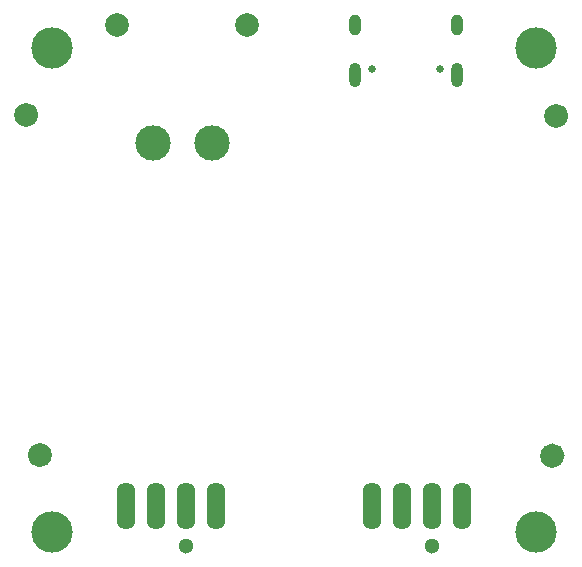
<source format=gbr>
%TF.GenerationSoftware,KiCad,Pcbnew,9.0.4*%
%TF.CreationDate,2025-09-25T11:48:03-04:00*%
%TF.ProjectId,fanboy,66616e62-6f79-42e6-9b69-6361645f7063,rev?*%
%TF.SameCoordinates,Original*%
%TF.FileFunction,Soldermask,Bot*%
%TF.FilePolarity,Negative*%
%FSLAX46Y46*%
G04 Gerber Fmt 4.6, Leading zero omitted, Abs format (unit mm)*
G04 Created by KiCad (PCBNEW 9.0.4) date 2025-09-25 11:48:03*
%MOMM*%
%LPD*%
G01*
G04 APERTURE LIST*
%ADD10C,1.050000*%
%ADD11C,3.500000*%
%ADD12C,2.000000*%
%ADD13C,3.000000*%
%ADD14C,1.300000*%
%ADD15O,1.574800X4.000000*%
%ADD16C,1.500000*%
%ADD17O,1.000000X1.800000*%
%ADD18O,1.000000X2.100000*%
%ADD19C,0.650000*%
G04 APERTURE END LIST*
%TO.C,FID4*%
D10*
X191205000Y-69780000D02*
G75*
G02*
X190155000Y-69780000I-525000J0D01*
G01*
X190155000Y-69780000D02*
G75*
G02*
X191205000Y-69780000I525000J0D01*
G01*
%TO.C,FID3*%
X190875000Y-98540000D02*
G75*
G02*
X189825000Y-98540000I-525000J0D01*
G01*
X189825000Y-98540000D02*
G75*
G02*
X190875000Y-98540000I525000J0D01*
G01*
%TO.C,FID2*%
X147475000Y-98510000D02*
G75*
G02*
X146425000Y-98510000I-525000J0D01*
G01*
X146425000Y-98510000D02*
G75*
G02*
X147475000Y-98510000I525000J0D01*
G01*
%TO.C,FID1*%
X146335000Y-69700000D02*
G75*
G02*
X145285000Y-69700000I-525000J0D01*
G01*
X145285000Y-69700000D02*
G75*
G02*
X146335000Y-69700000I525000J0D01*
G01*
%TD*%
D11*
%TO.C,H2*%
X148000000Y-105000000D03*
%TD*%
%TO.C,H3*%
X189000000Y-105000000D03*
%TD*%
%TO.C,H4*%
X189000000Y-64000000D03*
%TD*%
%TO.C,H1*%
X148000000Y-64000000D03*
%TD*%
D12*
%TO.C,FID4*%
X190680000Y-69780000D03*
%TD*%
%TO.C,FID3*%
X190350000Y-98540000D03*
%TD*%
%TO.C,FID2*%
X146950000Y-98510000D03*
%TD*%
%TO.C,FID1*%
X145810000Y-69700000D03*
%TD*%
D13*
%TO.C,J1*%
X156520000Y-72095000D03*
X161520000Y-72095000D03*
D12*
X153520000Y-62095000D03*
X164520000Y-62095000D03*
%TD*%
D14*
%TO.C,J4*%
X180150000Y-106180000D03*
D15*
X175070000Y-102820000D03*
X177610000Y-102820000D03*
D16*
X180150000Y-101860000D03*
D15*
X180150000Y-102820000D03*
X182690000Y-102820000D03*
%TD*%
D14*
%TO.C,J3*%
X159310000Y-106180000D03*
D15*
X154230000Y-102820000D03*
X156770000Y-102820000D03*
D16*
X159310000Y-101860000D03*
D15*
X159310000Y-102820000D03*
X161850000Y-102820000D03*
%TD*%
D17*
%TO.C,J6*%
X173650000Y-62125000D03*
D18*
X173650000Y-66305000D03*
D17*
X182290000Y-62125000D03*
D18*
X182290000Y-66305000D03*
D19*
X175080000Y-65805000D03*
X180860000Y-65805000D03*
%TD*%
M02*

</source>
